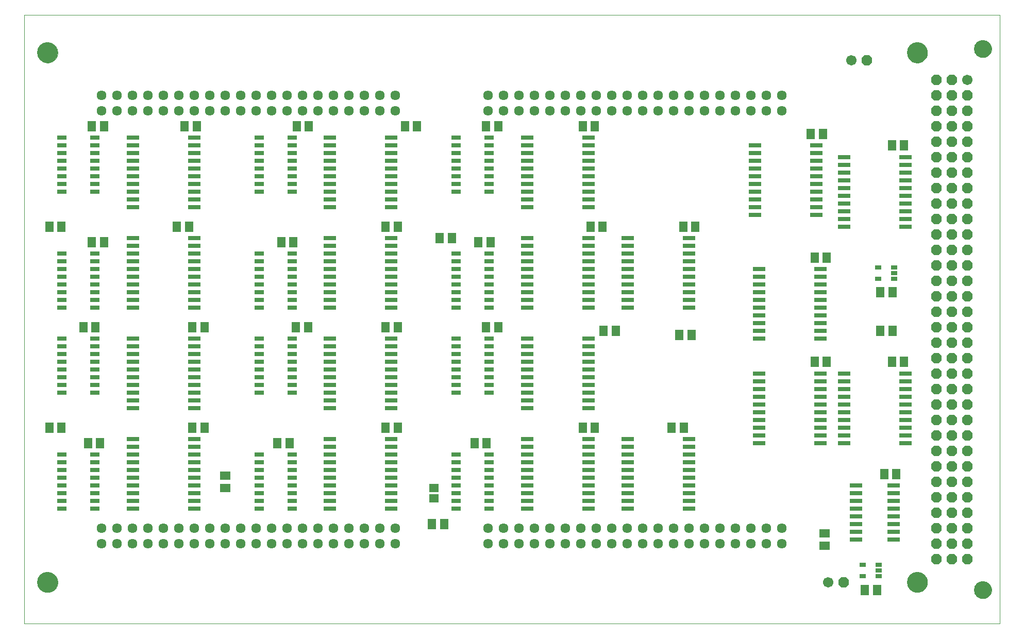
<source format=gts>
G75*
G70*
%OFA0B0*%
%FSLAX24Y24*%
%IPPOS*%
%LPD*%
%AMOC8*
5,1,8,0,0,1.08239X$1,22.5*
%
%ADD10R,0.0840X0.0300*%
%ADD11R,0.0552X0.0670*%
%ADD12R,0.0430X0.0312*%
%ADD13R,0.0591X0.0276*%
%ADD14C,0.0634*%
%ADD15C,0.0000*%
%ADD16C,0.0670*%
%ADD17OC8,0.0670*%
%ADD18C,0.1140*%
%ADD19R,0.0670X0.0552*%
%ADD20C,0.1340*%
%ADD21R,0.0631X0.0552*%
D10*
X011868Y014870D03*
X011868Y015370D03*
X011868Y015870D03*
X011868Y016370D03*
X011868Y016870D03*
X011868Y017370D03*
X011868Y017870D03*
X011868Y018370D03*
X011868Y018870D03*
X011868Y019370D03*
X011868Y021370D03*
X011868Y021870D03*
X011868Y022370D03*
X011868Y022870D03*
X011868Y023370D03*
X011868Y023870D03*
X011868Y024370D03*
X011868Y024870D03*
X011868Y025370D03*
X011868Y025870D03*
X011868Y027870D03*
X011868Y028370D03*
X011868Y028870D03*
X011868Y029370D03*
X011868Y029870D03*
X011868Y030370D03*
X011868Y030870D03*
X011868Y031370D03*
X011868Y031870D03*
X011868Y032370D03*
X011868Y034370D03*
X011868Y034870D03*
X011868Y035370D03*
X011868Y035870D03*
X011868Y036370D03*
X011868Y036870D03*
X011868Y037370D03*
X011868Y037870D03*
X011868Y038370D03*
X011868Y038870D03*
X015828Y038870D03*
X015828Y038370D03*
X015828Y037870D03*
X015828Y037370D03*
X015828Y036870D03*
X015828Y036370D03*
X015828Y035870D03*
X015828Y035370D03*
X015828Y034870D03*
X015828Y034370D03*
X015828Y032370D03*
X015828Y031870D03*
X015828Y031370D03*
X015828Y030870D03*
X015828Y030370D03*
X015828Y029870D03*
X015828Y029370D03*
X015828Y028870D03*
X015828Y028370D03*
X015828Y027870D03*
X015828Y025870D03*
X015828Y025370D03*
X015828Y024870D03*
X015828Y024370D03*
X015828Y023870D03*
X015828Y023370D03*
X015828Y022870D03*
X015828Y022370D03*
X015828Y021870D03*
X015828Y021370D03*
X015828Y019370D03*
X015828Y018870D03*
X015828Y018370D03*
X015828Y017870D03*
X015828Y017370D03*
X015828Y016870D03*
X015828Y016370D03*
X015828Y015870D03*
X015828Y015370D03*
X015828Y014870D03*
X024618Y014870D03*
X024618Y015370D03*
X024618Y015870D03*
X024618Y016370D03*
X024618Y016870D03*
X024618Y017370D03*
X024618Y017870D03*
X024618Y018370D03*
X024618Y018870D03*
X024618Y019370D03*
X024618Y021370D03*
X024618Y021870D03*
X024618Y022370D03*
X024618Y022870D03*
X024618Y023370D03*
X024618Y023870D03*
X024618Y024370D03*
X024618Y024870D03*
X024618Y025370D03*
X024618Y025870D03*
X024618Y027870D03*
X024618Y028370D03*
X024618Y028870D03*
X024618Y029370D03*
X024618Y029870D03*
X024618Y030370D03*
X024618Y030870D03*
X024618Y031370D03*
X024618Y031870D03*
X024618Y032370D03*
X024618Y034370D03*
X024618Y034870D03*
X024618Y035370D03*
X024618Y035870D03*
X024618Y036370D03*
X024618Y036870D03*
X024618Y037370D03*
X024618Y037870D03*
X024618Y038370D03*
X024618Y038870D03*
X028578Y038870D03*
X028578Y038370D03*
X028578Y037870D03*
X028578Y037370D03*
X028578Y036870D03*
X028578Y036370D03*
X028578Y035870D03*
X028578Y035370D03*
X028578Y034870D03*
X028578Y034370D03*
X028578Y032370D03*
X028578Y031870D03*
X028578Y031370D03*
X028578Y030870D03*
X028578Y030370D03*
X028578Y029870D03*
X028578Y029370D03*
X028578Y028870D03*
X028578Y028370D03*
X028578Y027870D03*
X028578Y025870D03*
X028578Y025370D03*
X028578Y024870D03*
X028578Y024370D03*
X028578Y023870D03*
X028578Y023370D03*
X028578Y022870D03*
X028578Y022370D03*
X028578Y021870D03*
X028578Y021370D03*
X028578Y019370D03*
X028578Y018870D03*
X028578Y018370D03*
X028578Y017870D03*
X028578Y017370D03*
X028578Y016870D03*
X028578Y016370D03*
X028578Y015870D03*
X028578Y015370D03*
X028578Y014870D03*
X037368Y014870D03*
X037368Y015370D03*
X037368Y015870D03*
X037368Y016370D03*
X037368Y016870D03*
X037368Y017370D03*
X037368Y017870D03*
X037368Y018370D03*
X037368Y018870D03*
X037368Y019370D03*
X037368Y021370D03*
X037368Y021870D03*
X037368Y022370D03*
X037368Y022870D03*
X037368Y023370D03*
X037368Y023870D03*
X037368Y024370D03*
X037368Y024870D03*
X037368Y025370D03*
X037368Y025870D03*
X037368Y027870D03*
X037368Y028370D03*
X037368Y028870D03*
X037368Y029370D03*
X037368Y029870D03*
X037368Y030370D03*
X037368Y030870D03*
X037368Y031370D03*
X037368Y031870D03*
X037368Y032370D03*
X037368Y034370D03*
X037368Y034870D03*
X037368Y035370D03*
X037368Y035870D03*
X037368Y036370D03*
X037368Y036870D03*
X037368Y037370D03*
X037368Y037870D03*
X037368Y038370D03*
X037368Y038870D03*
X041328Y038870D03*
X041328Y038370D03*
X041328Y037870D03*
X041328Y037370D03*
X041328Y036870D03*
X041328Y036370D03*
X041328Y035870D03*
X041328Y035370D03*
X041328Y034870D03*
X041328Y034370D03*
X041328Y032370D03*
X041328Y031870D03*
X041328Y031370D03*
X041328Y030870D03*
X041328Y030370D03*
X041328Y029870D03*
X041328Y029370D03*
X041328Y028870D03*
X041328Y028370D03*
X041328Y027870D03*
X043868Y027870D03*
X043868Y028370D03*
X043868Y028870D03*
X043868Y029370D03*
X043868Y029870D03*
X043868Y030370D03*
X043868Y030870D03*
X043868Y031370D03*
X043868Y031870D03*
X043868Y032370D03*
X047828Y032370D03*
X047828Y031870D03*
X047828Y031370D03*
X047828Y030870D03*
X047828Y030370D03*
X047828Y029870D03*
X047828Y029370D03*
X047828Y028870D03*
X047828Y028370D03*
X047828Y027870D03*
X052368Y027870D03*
X052368Y028370D03*
X052368Y028870D03*
X052368Y029370D03*
X052368Y029870D03*
X052368Y030370D03*
X052368Y027370D03*
X052368Y026870D03*
X052368Y026370D03*
X052368Y025870D03*
X052368Y023620D03*
X052368Y023120D03*
X052368Y022620D03*
X052368Y022120D03*
X052368Y021620D03*
X052368Y021120D03*
X052368Y020620D03*
X052368Y020120D03*
X052368Y019620D03*
X052368Y019120D03*
X056328Y019120D03*
X056328Y019620D03*
X056328Y020120D03*
X056328Y020620D03*
X056328Y021120D03*
X056328Y021620D03*
X056328Y022120D03*
X056328Y022620D03*
X056328Y023120D03*
X056328Y023620D03*
X057868Y023620D03*
X057868Y023120D03*
X057868Y022620D03*
X057868Y022120D03*
X057868Y021620D03*
X057868Y021120D03*
X057868Y020620D03*
X057868Y020120D03*
X057868Y019620D03*
X057868Y019120D03*
X058638Y016370D03*
X058638Y015870D03*
X058638Y015370D03*
X058638Y014870D03*
X058638Y014370D03*
X058638Y013870D03*
X058638Y013370D03*
X058638Y012870D03*
X061058Y012870D03*
X061058Y013370D03*
X061058Y013870D03*
X061058Y014370D03*
X061058Y014870D03*
X061058Y015370D03*
X061058Y015870D03*
X061058Y016370D03*
X061828Y019120D03*
X061828Y019620D03*
X061828Y020120D03*
X061828Y020620D03*
X061828Y021120D03*
X061828Y021620D03*
X061828Y022120D03*
X061828Y022620D03*
X061828Y023120D03*
X061828Y023620D03*
X056328Y025870D03*
X056328Y026370D03*
X056328Y026870D03*
X056328Y027370D03*
X056328Y027870D03*
X056328Y028370D03*
X056328Y028870D03*
X056328Y029370D03*
X056328Y029870D03*
X056328Y030370D03*
X057868Y033120D03*
X057868Y033620D03*
X057868Y034120D03*
X057868Y034620D03*
X057868Y035120D03*
X057868Y035620D03*
X057868Y036120D03*
X057868Y036620D03*
X057868Y037120D03*
X057868Y037620D03*
X056078Y037870D03*
X056078Y038370D03*
X056078Y037370D03*
X056078Y036870D03*
X056078Y036370D03*
X056078Y035870D03*
X056078Y035370D03*
X056078Y034870D03*
X056078Y034370D03*
X056078Y033870D03*
X052118Y033870D03*
X052118Y034370D03*
X052118Y034870D03*
X052118Y035370D03*
X052118Y035870D03*
X052118Y036370D03*
X052118Y036870D03*
X052118Y037370D03*
X052118Y037870D03*
X052118Y038370D03*
X061828Y037620D03*
X061828Y037120D03*
X061828Y036620D03*
X061828Y036120D03*
X061828Y035620D03*
X061828Y035120D03*
X061828Y034620D03*
X061828Y034120D03*
X061828Y033620D03*
X061828Y033120D03*
X047828Y019370D03*
X047828Y018870D03*
X047828Y018370D03*
X047828Y017870D03*
X047828Y017370D03*
X047828Y016870D03*
X047828Y016370D03*
X047828Y015870D03*
X047828Y015370D03*
X047828Y014870D03*
X043868Y014870D03*
X043868Y015370D03*
X043868Y015870D03*
X043868Y016370D03*
X043868Y016870D03*
X043868Y017370D03*
X043868Y017870D03*
X043868Y018370D03*
X043868Y018870D03*
X043868Y019370D03*
X041328Y019370D03*
X041328Y018870D03*
X041328Y018370D03*
X041328Y017870D03*
X041328Y017370D03*
X041328Y016870D03*
X041328Y016370D03*
X041328Y015870D03*
X041328Y015370D03*
X041328Y014870D03*
X041328Y021370D03*
X041328Y021870D03*
X041328Y022370D03*
X041328Y022870D03*
X041328Y023370D03*
X041328Y023870D03*
X041328Y024370D03*
X041328Y024870D03*
X041328Y025370D03*
X041328Y025870D03*
D11*
X042304Y026370D03*
X043092Y026370D03*
X047204Y026120D03*
X047992Y026120D03*
X047492Y020120D03*
X046704Y020120D03*
X041742Y020120D03*
X040954Y020120D03*
X034742Y019120D03*
X033954Y019120D03*
X028992Y020120D03*
X028204Y020120D03*
X021992Y019120D03*
X021204Y019120D03*
X016492Y020120D03*
X015704Y020120D03*
X009742Y019120D03*
X008954Y019120D03*
X007242Y020120D03*
X006454Y020120D03*
X008654Y026620D03*
X009442Y026620D03*
X015704Y026620D03*
X016492Y026620D03*
X022404Y026620D03*
X023192Y026620D03*
X028204Y026620D03*
X028992Y026620D03*
X034704Y026620D03*
X035492Y026620D03*
X034992Y032120D03*
X034204Y032120D03*
X032492Y032370D03*
X031704Y032370D03*
X028992Y033120D03*
X028204Y033120D03*
X022242Y032120D03*
X021454Y032120D03*
X015492Y033120D03*
X014704Y033120D03*
X009992Y032120D03*
X009204Y032120D03*
X007242Y033120D03*
X006454Y033120D03*
X009204Y039620D03*
X009992Y039620D03*
X015204Y039620D03*
X015992Y039620D03*
X022454Y039620D03*
X023242Y039620D03*
X029454Y039620D03*
X030242Y039620D03*
X034704Y039620D03*
X035492Y039620D03*
X040954Y039620D03*
X041742Y039620D03*
X041454Y033120D03*
X042242Y033120D03*
X047454Y033120D03*
X048242Y033120D03*
X055954Y031120D03*
X056742Y031120D03*
X060204Y028870D03*
X060992Y028870D03*
X060992Y026370D03*
X060204Y026370D03*
X060954Y024370D03*
X061742Y024370D03*
X056742Y024370D03*
X055954Y024370D03*
X060454Y017120D03*
X061242Y017120D03*
X059992Y009620D03*
X059204Y009620D03*
X031992Y013870D03*
X031204Y013870D03*
X060954Y038370D03*
X061742Y038370D03*
X056492Y039120D03*
X055704Y039120D03*
D12*
X060086Y030494D03*
X060086Y029746D03*
X061106Y029746D03*
X061106Y030120D03*
X061106Y030494D03*
X060106Y011244D03*
X060106Y010870D03*
X060106Y010496D03*
X059086Y010496D03*
X059086Y011244D03*
D13*
X034917Y014870D03*
X034917Y015370D03*
X034917Y015870D03*
X034917Y016370D03*
X034917Y016870D03*
X034917Y017370D03*
X034917Y017870D03*
X034917Y018370D03*
X032779Y018370D03*
X032779Y017870D03*
X032779Y017370D03*
X032779Y016870D03*
X032779Y016370D03*
X032779Y015870D03*
X032779Y015370D03*
X032779Y014870D03*
X032779Y022370D03*
X032779Y022870D03*
X032779Y023370D03*
X032779Y023870D03*
X032779Y024370D03*
X032779Y024870D03*
X032779Y025370D03*
X032779Y025870D03*
X034917Y025870D03*
X034917Y025370D03*
X034917Y024870D03*
X034917Y024370D03*
X034917Y023870D03*
X034917Y023370D03*
X034917Y022870D03*
X034917Y022370D03*
X034917Y027870D03*
X034917Y028370D03*
X034917Y028870D03*
X034917Y029370D03*
X034917Y029870D03*
X034917Y030370D03*
X034917Y030870D03*
X034917Y031370D03*
X032779Y031370D03*
X032779Y030870D03*
X032779Y030370D03*
X032779Y029870D03*
X032779Y029370D03*
X032779Y028870D03*
X032779Y028370D03*
X032779Y027870D03*
X032779Y035370D03*
X032779Y035870D03*
X032779Y036370D03*
X032779Y036870D03*
X032779Y037370D03*
X032779Y037870D03*
X032779Y038370D03*
X032779Y038870D03*
X034917Y038870D03*
X034917Y038370D03*
X034917Y037870D03*
X034917Y037370D03*
X034917Y036870D03*
X034917Y036370D03*
X034917Y035870D03*
X034917Y035370D03*
X022167Y035370D03*
X022167Y035870D03*
X022167Y036370D03*
X022167Y036870D03*
X022167Y037370D03*
X022167Y037870D03*
X022167Y038370D03*
X022167Y038870D03*
X020029Y038870D03*
X020029Y038370D03*
X020029Y037870D03*
X020029Y037370D03*
X020029Y036870D03*
X020029Y036370D03*
X020029Y035870D03*
X020029Y035370D03*
X020029Y031370D03*
X020029Y030870D03*
X020029Y030370D03*
X020029Y029870D03*
X020029Y029370D03*
X020029Y028870D03*
X020029Y028370D03*
X020029Y027870D03*
X022167Y027870D03*
X022167Y028370D03*
X022167Y028870D03*
X022167Y029370D03*
X022167Y029870D03*
X022167Y030370D03*
X022167Y030870D03*
X022167Y031370D03*
X022167Y025870D03*
X022167Y025370D03*
X022167Y024870D03*
X022167Y024370D03*
X022167Y023870D03*
X022167Y023370D03*
X022167Y022870D03*
X022167Y022370D03*
X020029Y022370D03*
X020029Y022870D03*
X020029Y023370D03*
X020029Y023870D03*
X020029Y024370D03*
X020029Y024870D03*
X020029Y025370D03*
X020029Y025870D03*
X020029Y018370D03*
X020029Y017870D03*
X020029Y017370D03*
X020029Y016870D03*
X020029Y016370D03*
X020029Y015870D03*
X020029Y015370D03*
X020029Y014870D03*
X022167Y014870D03*
X022167Y015370D03*
X022167Y015870D03*
X022167Y016370D03*
X022167Y016870D03*
X022167Y017370D03*
X022167Y017870D03*
X022167Y018370D03*
X009417Y018370D03*
X009417Y017870D03*
X009417Y017370D03*
X009417Y016870D03*
X009417Y016370D03*
X009417Y015870D03*
X009417Y015370D03*
X009417Y014870D03*
X007279Y014870D03*
X007279Y015370D03*
X007279Y015870D03*
X007279Y016370D03*
X007279Y016870D03*
X007279Y017370D03*
X007279Y017870D03*
X007279Y018370D03*
X007279Y022370D03*
X007279Y022870D03*
X007279Y023370D03*
X007279Y023870D03*
X007279Y024370D03*
X007279Y024870D03*
X007279Y025370D03*
X007279Y025870D03*
X009417Y025870D03*
X009417Y025370D03*
X009417Y024870D03*
X009417Y024370D03*
X009417Y023870D03*
X009417Y023370D03*
X009417Y022870D03*
X009417Y022370D03*
X009417Y027870D03*
X009417Y028370D03*
X009417Y028870D03*
X009417Y029370D03*
X009417Y029870D03*
X009417Y030370D03*
X009417Y030870D03*
X009417Y031370D03*
X007279Y031370D03*
X007279Y030870D03*
X007279Y030370D03*
X007279Y029870D03*
X007279Y029370D03*
X007279Y028870D03*
X007279Y028370D03*
X007279Y027870D03*
X007279Y035370D03*
X007279Y035870D03*
X007279Y036370D03*
X007279Y036870D03*
X007279Y037370D03*
X007279Y037870D03*
X007279Y038370D03*
X007279Y038870D03*
X009417Y038870D03*
X009417Y038370D03*
X009417Y037870D03*
X009417Y037370D03*
X009417Y036870D03*
X009417Y036370D03*
X009417Y035870D03*
X009417Y035370D03*
D14*
X009848Y040620D03*
X009848Y041620D03*
X010848Y041620D03*
X011848Y041620D03*
X012848Y041620D03*
X013848Y041620D03*
X014848Y041620D03*
X015848Y041620D03*
X016848Y041620D03*
X017848Y041620D03*
X018848Y041620D03*
X019848Y041620D03*
X020848Y041620D03*
X021848Y041620D03*
X022848Y041620D03*
X023848Y041620D03*
X024848Y041620D03*
X025848Y041620D03*
X026848Y041620D03*
X027848Y041620D03*
X028848Y041620D03*
X028848Y040620D03*
X027848Y040620D03*
X026848Y040620D03*
X025848Y040620D03*
X024848Y040620D03*
X023848Y040620D03*
X022848Y040620D03*
X021848Y040620D03*
X020848Y040620D03*
X019848Y040620D03*
X018848Y040620D03*
X017848Y040620D03*
X016848Y040620D03*
X015848Y040620D03*
X014848Y040620D03*
X013848Y040620D03*
X012848Y040620D03*
X011848Y040620D03*
X010848Y040620D03*
X034848Y040620D03*
X035848Y040620D03*
X036848Y040620D03*
X036848Y041620D03*
X035848Y041620D03*
X034848Y041620D03*
X037848Y041620D03*
X038848Y041620D03*
X039848Y041620D03*
X040848Y041620D03*
X041848Y041620D03*
X042848Y041620D03*
X043848Y041620D03*
X044848Y041620D03*
X045848Y041620D03*
X046848Y041620D03*
X047848Y041620D03*
X048848Y041620D03*
X049848Y041620D03*
X050848Y041620D03*
X051848Y041620D03*
X052848Y041620D03*
X053848Y041620D03*
X053848Y040620D03*
X052848Y040620D03*
X051848Y040620D03*
X050848Y040620D03*
X049848Y040620D03*
X048848Y040620D03*
X047848Y040620D03*
X046848Y040620D03*
X045848Y040620D03*
X044848Y040620D03*
X043848Y040620D03*
X042848Y040620D03*
X041848Y040620D03*
X040848Y040620D03*
X039848Y040620D03*
X038848Y040620D03*
X037848Y040620D03*
X037848Y013620D03*
X038848Y013620D03*
X039848Y013620D03*
X040848Y013620D03*
X041848Y013620D03*
X042848Y013620D03*
X043848Y013620D03*
X044848Y013620D03*
X045848Y013620D03*
X046848Y013620D03*
X047848Y013620D03*
X048848Y013620D03*
X049848Y013620D03*
X050848Y013620D03*
X051848Y013620D03*
X052848Y013620D03*
X053848Y013620D03*
X053848Y012620D03*
X052848Y012620D03*
X051848Y012620D03*
X050848Y012620D03*
X049848Y012620D03*
X048848Y012620D03*
X047848Y012620D03*
X046848Y012620D03*
X045848Y012620D03*
X044848Y012620D03*
X043848Y012620D03*
X042848Y012620D03*
X041848Y012620D03*
X040848Y012620D03*
X039848Y012620D03*
X038848Y012620D03*
X037848Y012620D03*
X036848Y012620D03*
X035848Y012620D03*
X034848Y012620D03*
X034848Y013620D03*
X035848Y013620D03*
X036848Y013620D03*
X028848Y013620D03*
X027848Y013620D03*
X026848Y013620D03*
X025848Y013620D03*
X024848Y013620D03*
X023848Y013620D03*
X022848Y013620D03*
X021848Y013620D03*
X020848Y013620D03*
X019848Y013620D03*
X018848Y013620D03*
X017848Y013620D03*
X016848Y013620D03*
X015848Y013620D03*
X014848Y013620D03*
X013848Y013620D03*
X012848Y013620D03*
X011848Y013620D03*
X010848Y013620D03*
X009848Y013620D03*
X009848Y012620D03*
X010848Y012620D03*
X011848Y012620D03*
X012848Y012620D03*
X013848Y012620D03*
X014848Y012620D03*
X015848Y012620D03*
X016848Y012620D03*
X017848Y012620D03*
X018848Y012620D03*
X019848Y012620D03*
X020848Y012620D03*
X021848Y012620D03*
X022848Y012620D03*
X023848Y012620D03*
X024848Y012620D03*
X025848Y012620D03*
X026848Y012620D03*
X027848Y012620D03*
X028848Y012620D03*
D15*
X004848Y007430D02*
X004848Y046810D01*
X067948Y046810D01*
X067948Y007430D01*
X004848Y007430D01*
X005698Y010120D02*
X005700Y010170D01*
X005706Y010220D01*
X005716Y010270D01*
X005729Y010318D01*
X005746Y010366D01*
X005767Y010412D01*
X005791Y010456D01*
X005819Y010498D01*
X005850Y010538D01*
X005884Y010575D01*
X005921Y010610D01*
X005960Y010641D01*
X006001Y010670D01*
X006045Y010695D01*
X006091Y010717D01*
X006138Y010735D01*
X006186Y010749D01*
X006235Y010760D01*
X006285Y010767D01*
X006335Y010770D01*
X006386Y010769D01*
X006436Y010764D01*
X006486Y010755D01*
X006534Y010743D01*
X006582Y010726D01*
X006628Y010706D01*
X006673Y010683D01*
X006716Y010656D01*
X006756Y010626D01*
X006794Y010593D01*
X006829Y010557D01*
X006862Y010518D01*
X006891Y010477D01*
X006917Y010434D01*
X006940Y010389D01*
X006959Y010342D01*
X006974Y010294D01*
X006986Y010245D01*
X006994Y010195D01*
X006998Y010145D01*
X006998Y010095D01*
X006994Y010045D01*
X006986Y009995D01*
X006974Y009946D01*
X006959Y009898D01*
X006940Y009851D01*
X006917Y009806D01*
X006891Y009763D01*
X006862Y009722D01*
X006829Y009683D01*
X006794Y009647D01*
X006756Y009614D01*
X006716Y009584D01*
X006673Y009557D01*
X006628Y009534D01*
X006582Y009514D01*
X006534Y009497D01*
X006486Y009485D01*
X006436Y009476D01*
X006386Y009471D01*
X006335Y009470D01*
X006285Y009473D01*
X006235Y009480D01*
X006186Y009491D01*
X006138Y009505D01*
X006091Y009523D01*
X006045Y009545D01*
X006001Y009570D01*
X005960Y009599D01*
X005921Y009630D01*
X005884Y009665D01*
X005850Y009702D01*
X005819Y009742D01*
X005791Y009784D01*
X005767Y009828D01*
X005746Y009874D01*
X005729Y009922D01*
X005716Y009970D01*
X005706Y010020D01*
X005700Y010070D01*
X005698Y010120D01*
X005698Y044370D02*
X005700Y044420D01*
X005706Y044470D01*
X005716Y044520D01*
X005729Y044568D01*
X005746Y044616D01*
X005767Y044662D01*
X005791Y044706D01*
X005819Y044748D01*
X005850Y044788D01*
X005884Y044825D01*
X005921Y044860D01*
X005960Y044891D01*
X006001Y044920D01*
X006045Y044945D01*
X006091Y044967D01*
X006138Y044985D01*
X006186Y044999D01*
X006235Y045010D01*
X006285Y045017D01*
X006335Y045020D01*
X006386Y045019D01*
X006436Y045014D01*
X006486Y045005D01*
X006534Y044993D01*
X006582Y044976D01*
X006628Y044956D01*
X006673Y044933D01*
X006716Y044906D01*
X006756Y044876D01*
X006794Y044843D01*
X006829Y044807D01*
X006862Y044768D01*
X006891Y044727D01*
X006917Y044684D01*
X006940Y044639D01*
X006959Y044592D01*
X006974Y044544D01*
X006986Y044495D01*
X006994Y044445D01*
X006998Y044395D01*
X006998Y044345D01*
X006994Y044295D01*
X006986Y044245D01*
X006974Y044196D01*
X006959Y044148D01*
X006940Y044101D01*
X006917Y044056D01*
X006891Y044013D01*
X006862Y043972D01*
X006829Y043933D01*
X006794Y043897D01*
X006756Y043864D01*
X006716Y043834D01*
X006673Y043807D01*
X006628Y043784D01*
X006582Y043764D01*
X006534Y043747D01*
X006486Y043735D01*
X006436Y043726D01*
X006386Y043721D01*
X006335Y043720D01*
X006285Y043723D01*
X006235Y043730D01*
X006186Y043741D01*
X006138Y043755D01*
X006091Y043773D01*
X006045Y043795D01*
X006001Y043820D01*
X005960Y043849D01*
X005921Y043880D01*
X005884Y043915D01*
X005850Y043952D01*
X005819Y043992D01*
X005791Y044034D01*
X005767Y044078D01*
X005746Y044124D01*
X005729Y044172D01*
X005716Y044220D01*
X005706Y044270D01*
X005700Y044320D01*
X005698Y044370D01*
X061948Y044370D02*
X061950Y044420D01*
X061956Y044470D01*
X061966Y044520D01*
X061979Y044568D01*
X061996Y044616D01*
X062017Y044662D01*
X062041Y044706D01*
X062069Y044748D01*
X062100Y044788D01*
X062134Y044825D01*
X062171Y044860D01*
X062210Y044891D01*
X062251Y044920D01*
X062295Y044945D01*
X062341Y044967D01*
X062388Y044985D01*
X062436Y044999D01*
X062485Y045010D01*
X062535Y045017D01*
X062585Y045020D01*
X062636Y045019D01*
X062686Y045014D01*
X062736Y045005D01*
X062784Y044993D01*
X062832Y044976D01*
X062878Y044956D01*
X062923Y044933D01*
X062966Y044906D01*
X063006Y044876D01*
X063044Y044843D01*
X063079Y044807D01*
X063112Y044768D01*
X063141Y044727D01*
X063167Y044684D01*
X063190Y044639D01*
X063209Y044592D01*
X063224Y044544D01*
X063236Y044495D01*
X063244Y044445D01*
X063248Y044395D01*
X063248Y044345D01*
X063244Y044295D01*
X063236Y044245D01*
X063224Y044196D01*
X063209Y044148D01*
X063190Y044101D01*
X063167Y044056D01*
X063141Y044013D01*
X063112Y043972D01*
X063079Y043933D01*
X063044Y043897D01*
X063006Y043864D01*
X062966Y043834D01*
X062923Y043807D01*
X062878Y043784D01*
X062832Y043764D01*
X062784Y043747D01*
X062736Y043735D01*
X062686Y043726D01*
X062636Y043721D01*
X062585Y043720D01*
X062535Y043723D01*
X062485Y043730D01*
X062436Y043741D01*
X062388Y043755D01*
X062341Y043773D01*
X062295Y043795D01*
X062251Y043820D01*
X062210Y043849D01*
X062171Y043880D01*
X062134Y043915D01*
X062100Y043952D01*
X062069Y043992D01*
X062041Y044034D01*
X062017Y044078D01*
X061996Y044124D01*
X061979Y044172D01*
X061966Y044220D01*
X061956Y044270D01*
X061950Y044320D01*
X061948Y044370D01*
X066298Y044620D02*
X066300Y044667D01*
X066306Y044713D01*
X066316Y044759D01*
X066329Y044803D01*
X066347Y044847D01*
X066368Y044888D01*
X066392Y044928D01*
X066420Y044966D01*
X066451Y045001D01*
X066485Y045033D01*
X066521Y045062D01*
X066560Y045088D01*
X066600Y045111D01*
X066643Y045130D01*
X066687Y045146D01*
X066732Y045158D01*
X066778Y045166D01*
X066825Y045170D01*
X066871Y045170D01*
X066918Y045166D01*
X066964Y045158D01*
X067009Y045146D01*
X067053Y045130D01*
X067096Y045111D01*
X067136Y045088D01*
X067175Y045062D01*
X067211Y045033D01*
X067245Y045001D01*
X067276Y044966D01*
X067304Y044928D01*
X067328Y044888D01*
X067349Y044847D01*
X067367Y044803D01*
X067380Y044759D01*
X067390Y044713D01*
X067396Y044667D01*
X067398Y044620D01*
X067396Y044573D01*
X067390Y044527D01*
X067380Y044481D01*
X067367Y044437D01*
X067349Y044393D01*
X067328Y044352D01*
X067304Y044312D01*
X067276Y044274D01*
X067245Y044239D01*
X067211Y044207D01*
X067175Y044178D01*
X067136Y044152D01*
X067096Y044129D01*
X067053Y044110D01*
X067009Y044094D01*
X066964Y044082D01*
X066918Y044074D01*
X066871Y044070D01*
X066825Y044070D01*
X066778Y044074D01*
X066732Y044082D01*
X066687Y044094D01*
X066643Y044110D01*
X066600Y044129D01*
X066560Y044152D01*
X066521Y044178D01*
X066485Y044207D01*
X066451Y044239D01*
X066420Y044274D01*
X066392Y044312D01*
X066368Y044352D01*
X066347Y044393D01*
X066329Y044437D01*
X066316Y044481D01*
X066306Y044527D01*
X066300Y044573D01*
X066298Y044620D01*
X061948Y010120D02*
X061950Y010170D01*
X061956Y010220D01*
X061966Y010270D01*
X061979Y010318D01*
X061996Y010366D01*
X062017Y010412D01*
X062041Y010456D01*
X062069Y010498D01*
X062100Y010538D01*
X062134Y010575D01*
X062171Y010610D01*
X062210Y010641D01*
X062251Y010670D01*
X062295Y010695D01*
X062341Y010717D01*
X062388Y010735D01*
X062436Y010749D01*
X062485Y010760D01*
X062535Y010767D01*
X062585Y010770D01*
X062636Y010769D01*
X062686Y010764D01*
X062736Y010755D01*
X062784Y010743D01*
X062832Y010726D01*
X062878Y010706D01*
X062923Y010683D01*
X062966Y010656D01*
X063006Y010626D01*
X063044Y010593D01*
X063079Y010557D01*
X063112Y010518D01*
X063141Y010477D01*
X063167Y010434D01*
X063190Y010389D01*
X063209Y010342D01*
X063224Y010294D01*
X063236Y010245D01*
X063244Y010195D01*
X063248Y010145D01*
X063248Y010095D01*
X063244Y010045D01*
X063236Y009995D01*
X063224Y009946D01*
X063209Y009898D01*
X063190Y009851D01*
X063167Y009806D01*
X063141Y009763D01*
X063112Y009722D01*
X063079Y009683D01*
X063044Y009647D01*
X063006Y009614D01*
X062966Y009584D01*
X062923Y009557D01*
X062878Y009534D01*
X062832Y009514D01*
X062784Y009497D01*
X062736Y009485D01*
X062686Y009476D01*
X062636Y009471D01*
X062585Y009470D01*
X062535Y009473D01*
X062485Y009480D01*
X062436Y009491D01*
X062388Y009505D01*
X062341Y009523D01*
X062295Y009545D01*
X062251Y009570D01*
X062210Y009599D01*
X062171Y009630D01*
X062134Y009665D01*
X062100Y009702D01*
X062069Y009742D01*
X062041Y009784D01*
X062017Y009828D01*
X061996Y009874D01*
X061979Y009922D01*
X061966Y009970D01*
X061956Y010020D01*
X061950Y010070D01*
X061948Y010120D01*
X066298Y009620D02*
X066300Y009667D01*
X066306Y009713D01*
X066316Y009759D01*
X066329Y009803D01*
X066347Y009847D01*
X066368Y009888D01*
X066392Y009928D01*
X066420Y009966D01*
X066451Y010001D01*
X066485Y010033D01*
X066521Y010062D01*
X066560Y010088D01*
X066600Y010111D01*
X066643Y010130D01*
X066687Y010146D01*
X066732Y010158D01*
X066778Y010166D01*
X066825Y010170D01*
X066871Y010170D01*
X066918Y010166D01*
X066964Y010158D01*
X067009Y010146D01*
X067053Y010130D01*
X067096Y010111D01*
X067136Y010088D01*
X067175Y010062D01*
X067211Y010033D01*
X067245Y010001D01*
X067276Y009966D01*
X067304Y009928D01*
X067328Y009888D01*
X067349Y009847D01*
X067367Y009803D01*
X067380Y009759D01*
X067390Y009713D01*
X067396Y009667D01*
X067398Y009620D01*
X067396Y009573D01*
X067390Y009527D01*
X067380Y009481D01*
X067367Y009437D01*
X067349Y009393D01*
X067328Y009352D01*
X067304Y009312D01*
X067276Y009274D01*
X067245Y009239D01*
X067211Y009207D01*
X067175Y009178D01*
X067136Y009152D01*
X067096Y009129D01*
X067053Y009110D01*
X067009Y009094D01*
X066964Y009082D01*
X066918Y009074D01*
X066871Y009070D01*
X066825Y009070D01*
X066778Y009074D01*
X066732Y009082D01*
X066687Y009094D01*
X066643Y009110D01*
X066600Y009129D01*
X066560Y009152D01*
X066521Y009178D01*
X066485Y009207D01*
X066451Y009239D01*
X066420Y009274D01*
X066392Y009312D01*
X066368Y009352D01*
X066347Y009393D01*
X066329Y009437D01*
X066316Y009481D01*
X066306Y009527D01*
X066300Y009573D01*
X066298Y009620D01*
D16*
X056848Y010120D03*
X065848Y042620D03*
X058348Y043870D03*
D17*
X059348Y043870D03*
X063848Y042620D03*
X064848Y042620D03*
X064848Y041620D03*
X065848Y041620D03*
X065848Y040620D03*
X064848Y040620D03*
X064848Y039620D03*
X065848Y039620D03*
X065848Y038620D03*
X064848Y038620D03*
X063848Y038620D03*
X063848Y039620D03*
X063848Y040620D03*
X063848Y041620D03*
X063848Y037620D03*
X064848Y037620D03*
X065848Y037620D03*
X065848Y036620D03*
X064848Y036620D03*
X063848Y036620D03*
X063848Y035620D03*
X064848Y035620D03*
X065848Y035620D03*
X065848Y034620D03*
X064848Y034620D03*
X063848Y034620D03*
X063848Y033620D03*
X063848Y032620D03*
X064848Y032620D03*
X064848Y033620D03*
X065848Y033620D03*
X065848Y032620D03*
X065848Y031620D03*
X064848Y031620D03*
X063848Y031620D03*
X063848Y030620D03*
X064848Y030620D03*
X065848Y030620D03*
X065848Y029620D03*
X064848Y029620D03*
X063848Y029620D03*
X063848Y028620D03*
X064848Y028620D03*
X065848Y028620D03*
X065848Y027620D03*
X064848Y027620D03*
X064848Y026620D03*
X065848Y026620D03*
X065848Y025620D03*
X064848Y025620D03*
X063848Y025620D03*
X063848Y026620D03*
X063848Y027620D03*
X063848Y024620D03*
X064848Y024620D03*
X065848Y024620D03*
X065848Y023620D03*
X064848Y023620D03*
X063848Y023620D03*
X063848Y022620D03*
X064848Y022620D03*
X065848Y022620D03*
X065848Y021620D03*
X064848Y021620D03*
X064848Y020620D03*
X065848Y020620D03*
X065848Y019620D03*
X064848Y019620D03*
X063848Y019620D03*
X063848Y020620D03*
X063848Y021620D03*
X063848Y018620D03*
X064848Y018620D03*
X065848Y018620D03*
X065848Y017620D03*
X064848Y017620D03*
X063848Y017620D03*
X063848Y016620D03*
X064848Y016620D03*
X065848Y016620D03*
X065848Y015620D03*
X064848Y015620D03*
X063848Y015620D03*
X063848Y014620D03*
X063848Y013620D03*
X064848Y013620D03*
X064848Y014620D03*
X065848Y014620D03*
X065848Y013620D03*
X065848Y012620D03*
X064848Y012620D03*
X063848Y012620D03*
X063848Y011620D03*
X064848Y011620D03*
X065848Y011620D03*
X057848Y010120D03*
D18*
X066848Y009620D03*
X066848Y044620D03*
D19*
X056598Y013263D03*
X056598Y012476D03*
X017848Y016226D03*
X017848Y017013D03*
D20*
X006348Y010120D03*
X006348Y044370D03*
X062598Y044370D03*
X062598Y010120D03*
D21*
X031348Y015535D03*
X031348Y016204D03*
M02*

</source>
